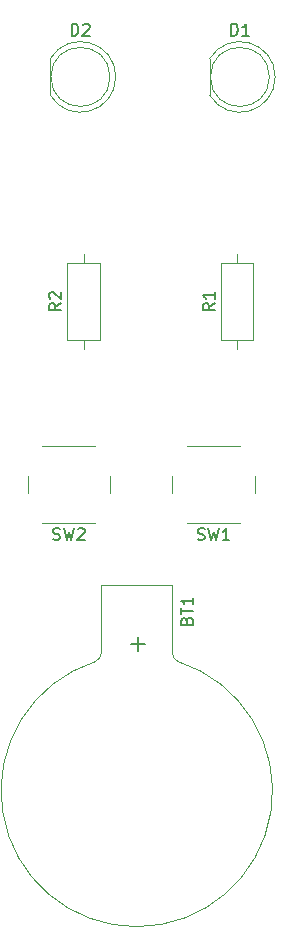
<source format=gbr>
%TF.GenerationSoftware,KiCad,Pcbnew,8.0.6*%
%TF.CreationDate,2024-12-20T12:02:48+02:00*%
%TF.ProjectId,lec10Ch6Ex5,6c656331-3043-4683-9645-78352e6b6963,rev?*%
%TF.SameCoordinates,Original*%
%TF.FileFunction,Legend,Top*%
%TF.FilePolarity,Positive*%
%FSLAX46Y46*%
G04 Gerber Fmt 4.6, Leading zero omitted, Abs format (unit mm)*
G04 Created by KiCad (PCBNEW 8.0.6) date 2024-12-20 12:02:48*
%MOMM*%
%LPD*%
G01*
G04 APERTURE LIST*
%ADD10C,0.150000*%
%ADD11C,0.120000*%
G04 APERTURE END LIST*
D10*
X166084819Y-95166666D02*
X165608628Y-95499999D01*
X166084819Y-95738094D02*
X165084819Y-95738094D01*
X165084819Y-95738094D02*
X165084819Y-95357142D01*
X165084819Y-95357142D02*
X165132438Y-95261904D01*
X165132438Y-95261904D02*
X165180057Y-95214285D01*
X165180057Y-95214285D02*
X165275295Y-95166666D01*
X165275295Y-95166666D02*
X165418152Y-95166666D01*
X165418152Y-95166666D02*
X165513390Y-95214285D01*
X165513390Y-95214285D02*
X165561009Y-95261904D01*
X165561009Y-95261904D02*
X165608628Y-95357142D01*
X165608628Y-95357142D02*
X165608628Y-95738094D01*
X166084819Y-94214285D02*
X166084819Y-94785713D01*
X166084819Y-94499999D02*
X165084819Y-94499999D01*
X165084819Y-94499999D02*
X165227676Y-94595237D01*
X165227676Y-94595237D02*
X165322914Y-94690475D01*
X165322914Y-94690475D02*
X165370533Y-94785713D01*
X163731010Y-122035714D02*
X163778629Y-121892857D01*
X163778629Y-121892857D02*
X163826248Y-121845238D01*
X163826248Y-121845238D02*
X163921486Y-121797619D01*
X163921486Y-121797619D02*
X164064343Y-121797619D01*
X164064343Y-121797619D02*
X164159581Y-121845238D01*
X164159581Y-121845238D02*
X164207201Y-121892857D01*
X164207201Y-121892857D02*
X164254820Y-121988095D01*
X164254820Y-121988095D02*
X164254820Y-122369047D01*
X164254820Y-122369047D02*
X163254820Y-122369047D01*
X163254820Y-122369047D02*
X163254820Y-122035714D01*
X163254820Y-122035714D02*
X163302439Y-121940476D01*
X163302439Y-121940476D02*
X163350058Y-121892857D01*
X163350058Y-121892857D02*
X163445296Y-121845238D01*
X163445296Y-121845238D02*
X163540534Y-121845238D01*
X163540534Y-121845238D02*
X163635772Y-121892857D01*
X163635772Y-121892857D02*
X163683391Y-121940476D01*
X163683391Y-121940476D02*
X163731010Y-122035714D01*
X163731010Y-122035714D02*
X163731010Y-122369047D01*
X163254820Y-121511904D02*
X163254820Y-120940476D01*
X164254820Y-121226190D02*
X163254820Y-121226190D01*
X164254820Y-120083333D02*
X164254820Y-120654761D01*
X164254820Y-120369047D02*
X163254820Y-120369047D01*
X163254820Y-120369047D02*
X163397677Y-120464285D01*
X163397677Y-120464285D02*
X163492915Y-120559523D01*
X163492915Y-120559523D02*
X163540534Y-120654761D01*
X159614701Y-124571428D02*
X159614701Y-123428571D01*
X160186129Y-123999999D02*
X159043272Y-123999999D01*
X167491905Y-72494819D02*
X167491905Y-71494819D01*
X167491905Y-71494819D02*
X167730000Y-71494819D01*
X167730000Y-71494819D02*
X167872857Y-71542438D01*
X167872857Y-71542438D02*
X167968095Y-71637676D01*
X167968095Y-71637676D02*
X168015714Y-71732914D01*
X168015714Y-71732914D02*
X168063333Y-71923390D01*
X168063333Y-71923390D02*
X168063333Y-72066247D01*
X168063333Y-72066247D02*
X168015714Y-72256723D01*
X168015714Y-72256723D02*
X167968095Y-72351961D01*
X167968095Y-72351961D02*
X167872857Y-72447200D01*
X167872857Y-72447200D02*
X167730000Y-72494819D01*
X167730000Y-72494819D02*
X167491905Y-72494819D01*
X169015714Y-72494819D02*
X168444286Y-72494819D01*
X168730000Y-72494819D02*
X168730000Y-71494819D01*
X168730000Y-71494819D02*
X168634762Y-71637676D01*
X168634762Y-71637676D02*
X168539524Y-71732914D01*
X168539524Y-71732914D02*
X168444286Y-71780533D01*
X153991905Y-72494819D02*
X153991905Y-71494819D01*
X153991905Y-71494819D02*
X154230000Y-71494819D01*
X154230000Y-71494819D02*
X154372857Y-71542438D01*
X154372857Y-71542438D02*
X154468095Y-71637676D01*
X154468095Y-71637676D02*
X154515714Y-71732914D01*
X154515714Y-71732914D02*
X154563333Y-71923390D01*
X154563333Y-71923390D02*
X154563333Y-72066247D01*
X154563333Y-72066247D02*
X154515714Y-72256723D01*
X154515714Y-72256723D02*
X154468095Y-72351961D01*
X154468095Y-72351961D02*
X154372857Y-72447200D01*
X154372857Y-72447200D02*
X154230000Y-72494819D01*
X154230000Y-72494819D02*
X153991905Y-72494819D01*
X154944286Y-71590057D02*
X154991905Y-71542438D01*
X154991905Y-71542438D02*
X155087143Y-71494819D01*
X155087143Y-71494819D02*
X155325238Y-71494819D01*
X155325238Y-71494819D02*
X155420476Y-71542438D01*
X155420476Y-71542438D02*
X155468095Y-71590057D01*
X155468095Y-71590057D02*
X155515714Y-71685295D01*
X155515714Y-71685295D02*
X155515714Y-71780533D01*
X155515714Y-71780533D02*
X155468095Y-71923390D01*
X155468095Y-71923390D02*
X154896667Y-72494819D01*
X154896667Y-72494819D02*
X155515714Y-72494819D01*
X153084819Y-95166666D02*
X152608628Y-95499999D01*
X153084819Y-95738094D02*
X152084819Y-95738094D01*
X152084819Y-95738094D02*
X152084819Y-95357142D01*
X152084819Y-95357142D02*
X152132438Y-95261904D01*
X152132438Y-95261904D02*
X152180057Y-95214285D01*
X152180057Y-95214285D02*
X152275295Y-95166666D01*
X152275295Y-95166666D02*
X152418152Y-95166666D01*
X152418152Y-95166666D02*
X152513390Y-95214285D01*
X152513390Y-95214285D02*
X152561009Y-95261904D01*
X152561009Y-95261904D02*
X152608628Y-95357142D01*
X152608628Y-95357142D02*
X152608628Y-95738094D01*
X152180057Y-94785713D02*
X152132438Y-94738094D01*
X152132438Y-94738094D02*
X152084819Y-94642856D01*
X152084819Y-94642856D02*
X152084819Y-94404761D01*
X152084819Y-94404761D02*
X152132438Y-94309523D01*
X152132438Y-94309523D02*
X152180057Y-94261904D01*
X152180057Y-94261904D02*
X152275295Y-94214285D01*
X152275295Y-94214285D02*
X152370533Y-94214285D01*
X152370533Y-94214285D02*
X152513390Y-94261904D01*
X152513390Y-94261904D02*
X153084819Y-94833332D01*
X153084819Y-94833332D02*
X153084819Y-94214285D01*
X164666667Y-115157200D02*
X164809524Y-115204819D01*
X164809524Y-115204819D02*
X165047619Y-115204819D01*
X165047619Y-115204819D02*
X165142857Y-115157200D01*
X165142857Y-115157200D02*
X165190476Y-115109580D01*
X165190476Y-115109580D02*
X165238095Y-115014342D01*
X165238095Y-115014342D02*
X165238095Y-114919104D01*
X165238095Y-114919104D02*
X165190476Y-114823866D01*
X165190476Y-114823866D02*
X165142857Y-114776247D01*
X165142857Y-114776247D02*
X165047619Y-114728628D01*
X165047619Y-114728628D02*
X164857143Y-114681009D01*
X164857143Y-114681009D02*
X164761905Y-114633390D01*
X164761905Y-114633390D02*
X164714286Y-114585771D01*
X164714286Y-114585771D02*
X164666667Y-114490533D01*
X164666667Y-114490533D02*
X164666667Y-114395295D01*
X164666667Y-114395295D02*
X164714286Y-114300057D01*
X164714286Y-114300057D02*
X164761905Y-114252438D01*
X164761905Y-114252438D02*
X164857143Y-114204819D01*
X164857143Y-114204819D02*
X165095238Y-114204819D01*
X165095238Y-114204819D02*
X165238095Y-114252438D01*
X165571429Y-114204819D02*
X165809524Y-115204819D01*
X165809524Y-115204819D02*
X166000000Y-114490533D01*
X166000000Y-114490533D02*
X166190476Y-115204819D01*
X166190476Y-115204819D02*
X166428572Y-114204819D01*
X167333333Y-115204819D02*
X166761905Y-115204819D01*
X167047619Y-115204819D02*
X167047619Y-114204819D01*
X167047619Y-114204819D02*
X166952381Y-114347676D01*
X166952381Y-114347676D02*
X166857143Y-114442914D01*
X166857143Y-114442914D02*
X166761905Y-114490533D01*
X152416667Y-115157200D02*
X152559524Y-115204819D01*
X152559524Y-115204819D02*
X152797619Y-115204819D01*
X152797619Y-115204819D02*
X152892857Y-115157200D01*
X152892857Y-115157200D02*
X152940476Y-115109580D01*
X152940476Y-115109580D02*
X152988095Y-115014342D01*
X152988095Y-115014342D02*
X152988095Y-114919104D01*
X152988095Y-114919104D02*
X152940476Y-114823866D01*
X152940476Y-114823866D02*
X152892857Y-114776247D01*
X152892857Y-114776247D02*
X152797619Y-114728628D01*
X152797619Y-114728628D02*
X152607143Y-114681009D01*
X152607143Y-114681009D02*
X152511905Y-114633390D01*
X152511905Y-114633390D02*
X152464286Y-114585771D01*
X152464286Y-114585771D02*
X152416667Y-114490533D01*
X152416667Y-114490533D02*
X152416667Y-114395295D01*
X152416667Y-114395295D02*
X152464286Y-114300057D01*
X152464286Y-114300057D02*
X152511905Y-114252438D01*
X152511905Y-114252438D02*
X152607143Y-114204819D01*
X152607143Y-114204819D02*
X152845238Y-114204819D01*
X152845238Y-114204819D02*
X152988095Y-114252438D01*
X153321429Y-114204819D02*
X153559524Y-115204819D01*
X153559524Y-115204819D02*
X153750000Y-114490533D01*
X153750000Y-114490533D02*
X153940476Y-115204819D01*
X153940476Y-115204819D02*
X154178572Y-114204819D01*
X154511905Y-114300057D02*
X154559524Y-114252438D01*
X154559524Y-114252438D02*
X154654762Y-114204819D01*
X154654762Y-114204819D02*
X154892857Y-114204819D01*
X154892857Y-114204819D02*
X154988095Y-114252438D01*
X154988095Y-114252438D02*
X155035714Y-114300057D01*
X155035714Y-114300057D02*
X155083333Y-114395295D01*
X155083333Y-114395295D02*
X155083333Y-114490533D01*
X155083333Y-114490533D02*
X155035714Y-114633390D01*
X155035714Y-114633390D02*
X154464286Y-115204819D01*
X154464286Y-115204819D02*
X155083333Y-115204819D01*
D11*
%TO.C,R1*%
X166630000Y-91730000D02*
X166630000Y-98270000D01*
X166630000Y-98270000D02*
X169370000Y-98270000D01*
X168000000Y-90960000D02*
X168000000Y-91730000D01*
X168000000Y-99040000D02*
X168000000Y-98270000D01*
X169370000Y-91730000D02*
X166630000Y-91730000D01*
X169370000Y-98270000D02*
X169370000Y-91730000D01*
%TO.C,BT1*%
X156500001Y-119050000D02*
X156500001Y-124750000D01*
X156500001Y-119050000D02*
X162500001Y-119050000D01*
X162500001Y-119050000D02*
X162500001Y-124750000D01*
X156500001Y-124750000D02*
G75*
G02*
X156000001Y-125500000I-812500J0D01*
G01*
X159500001Y-147945671D02*
G75*
G02*
X156000001Y-125500000I-11J11495715D01*
G01*
X163000001Y-125500000D02*
G75*
G02*
X159500001Y-147945671I-3499989J-10949956D01*
G01*
X163000001Y-125500000D02*
G75*
G02*
X162500001Y-124750000I312500J750000D01*
G01*
%TO.C,D1*%
X165670000Y-74455000D02*
X165670000Y-77545000D01*
X165670000Y-74455170D02*
G75*
G02*
X171220000Y-76000462I2560000J-1544830D01*
G01*
X171220000Y-75999538D02*
G75*
G02*
X165670000Y-77544830I-2990000J-462D01*
G01*
X170730000Y-76000000D02*
G75*
G02*
X165730000Y-76000000I-2500000J0D01*
G01*
X165730000Y-76000000D02*
G75*
G02*
X170730000Y-76000000I2500000J0D01*
G01*
%TO.C,D2*%
X152170000Y-74455000D02*
X152170000Y-77545000D01*
X152170000Y-74455170D02*
G75*
G02*
X157720000Y-76000462I2560000J-1544830D01*
G01*
X157720000Y-75999538D02*
G75*
G02*
X152170000Y-77544830I-2990000J-462D01*
G01*
X157230000Y-76000000D02*
G75*
G02*
X152230000Y-76000000I-2500000J0D01*
G01*
X152230000Y-76000000D02*
G75*
G02*
X157230000Y-76000000I2500000J0D01*
G01*
%TO.C,R2*%
X153630000Y-91730000D02*
X153630000Y-98270000D01*
X153630000Y-98270000D02*
X156370000Y-98270000D01*
X155000000Y-90960000D02*
X155000000Y-91730000D01*
X155000000Y-99040000D02*
X155000000Y-98270000D01*
X156370000Y-91730000D02*
X153630000Y-91730000D01*
X156370000Y-98270000D02*
X156370000Y-91730000D01*
%TO.C,SW1*%
X162500000Y-109750000D02*
X162500000Y-111250000D01*
X163750000Y-113750000D02*
X168250000Y-113750000D01*
X168250000Y-107250000D02*
X163750000Y-107250000D01*
X169500000Y-111250000D02*
X169500000Y-109750000D01*
%TO.C,SW2*%
X150250000Y-109750000D02*
X150250000Y-111250000D01*
X151500000Y-113750000D02*
X156000000Y-113750000D01*
X156000000Y-107250000D02*
X151500000Y-107250000D01*
X157250000Y-111250000D02*
X157250000Y-109750000D01*
%TD*%
M02*

</source>
